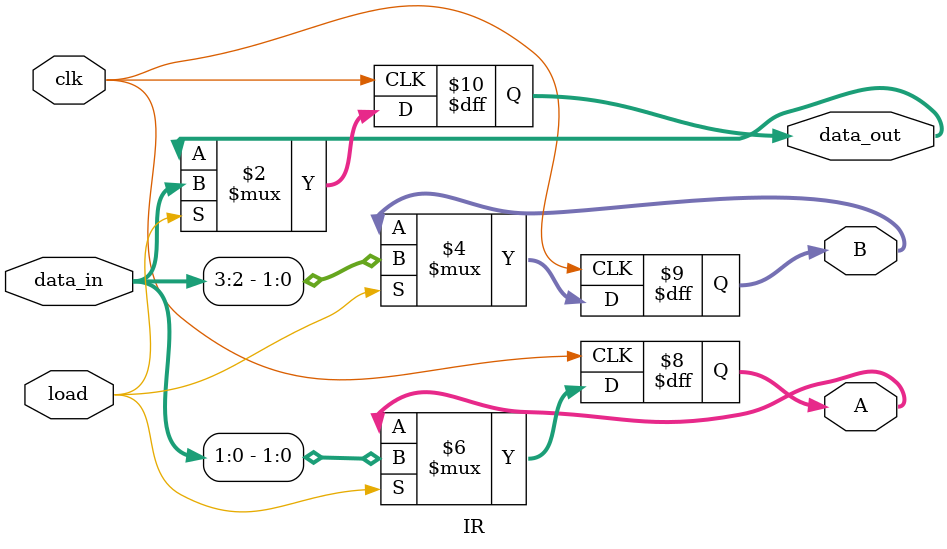
<source format=sv>
module IR ( input [7:0] data_in, input load, clk,
output reg [7:0] data_out, output reg [1:0] A, B );
logic [1:0] A, B;
always @( posedge clk )
if ( load ) begin
data_out <= data_in;
A <= data_in[1:0];
B <= data_in[3:2];
end
endmodule
</source>
